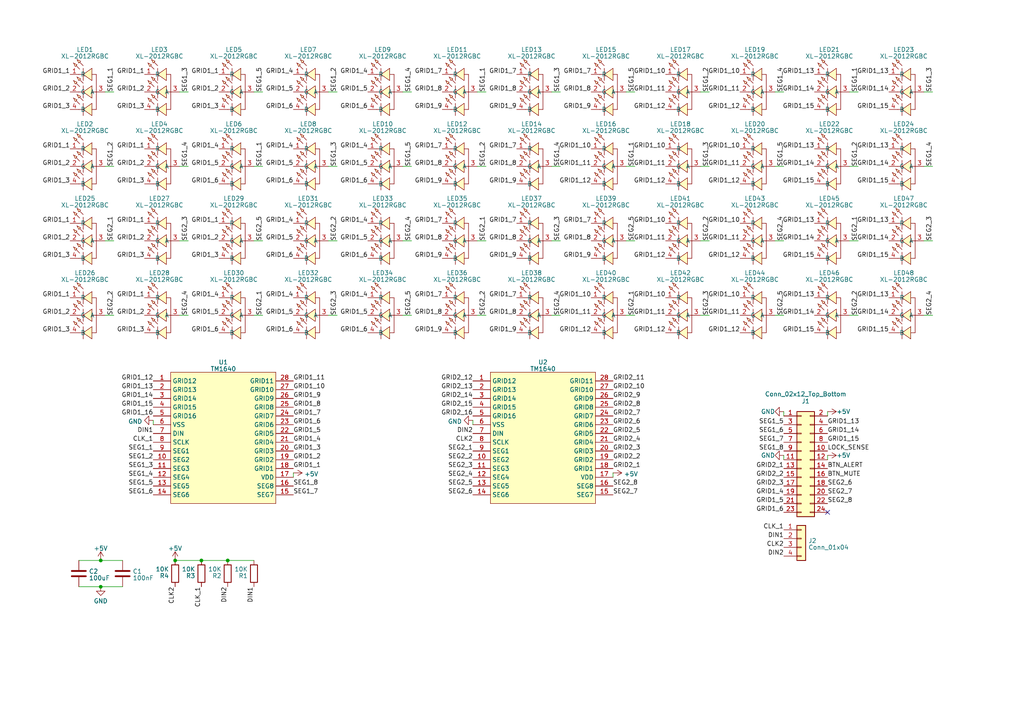
<source format=kicad_sch>
(kicad_sch (version 20230121) (generator eeschema)
  (paper "A4")
  (lib_symbols
    (symbol "C41327:TM1640"
      (property "Reference" "U" (at 0 21.59 0))
      (property "Value" "TM1640" (at 0 -21.59 0))
      (symbol "TM1640_0_1"
        (rectangle (start -15.24 19.05) (end 15.24 -19.05) (fill (type background)))
        (pin unspecified line (at -20.32 16.51 0) (length 5.08) (name "GRID12") (number "1"))
        (pin unspecified line (at -20.32 -6.35 0) (length 5.08) (name "SEG2") (number "10"))
        (pin unspecified line (at -20.32 -8.89 0) (length 5.08) (name "SEG3") (number "11"))
        (pin unspecified line (at -20.32 -11.43 0) (length 5.08) (name "SEG4") (number "12"))
        (pin unspecified line (at -20.32 -13.97 0) (length 5.08) (name "SEG5") (number "13"))
        (pin unspecified line (at -20.32 -16.51 0) (length 5.08) (name "SEG6") (number "14"))
        (pin unspecified line (at 20.32 -16.51 180) (length 5.08) (name "SEG7") (number "15"))
        (pin unspecified line (at 20.32 -13.97 180) (length 5.08) (name "SEG8") (number "16"))
        (pin unspecified line (at 20.32 -11.43 180) (length 5.08) (name "VDD") (number "17"))
        (pin unspecified line (at 20.32 -8.89 180) (length 5.08) (name "GRID1") (number "18"))
        (pin unspecified line (at 20.32 -6.35 180) (length 5.08) (name "GRID2") (number "19"))
        (pin unspecified line (at -20.32 13.97 0) (length 5.08) (name "GRID13") (number "2"))
        (pin unspecified line (at 20.32 -3.81 180) (length 5.08) (name "GRID3") (number "20"))
        (pin unspecified line (at 20.32 -1.27 180) (length 5.08) (name "GRID4") (number "21"))
        (pin unspecified line (at 20.32 1.27 180) (length 5.08) (name "GRID5") (number "22"))
        (pin unspecified line (at 20.32 3.81 180) (length 5.08) (name "GRID6") (number "23"))
        (pin unspecified line (at 20.32 6.35 180) (length 5.08) (name "GRID7") (number "24"))
        (pin unspecified line (at 20.32 8.89 180) (length 5.08) (name "GRID8") (number "25"))
        (pin unspecified line (at 20.32 11.43 180) (length 5.08) (name "GRID9") (number "26"))
        (pin unspecified line (at 20.32 13.97 180) (length 5.08) (name "GRID10") (number "27"))
        (pin unspecified line (at 20.32 16.51 180) (length 5.08) (name "GRID11") (number "28"))
        (pin unspecified line (at -20.32 11.43 0) (length 5.08) (name "GRID14") (number "3"))
        (pin unspecified line (at -20.32 8.89 0) (length 5.08) (name "GRID15") (number "4"))
        (pin unspecified line (at -20.32 6.35 0) (length 5.08) (name "GRID16") (number "5"))
        (pin unspecified line (at -20.32 3.81 0) (length 5.08) (name "VSS") (number "6"))
        (pin unspecified line (at -20.32 1.27 0) (length 5.08) (name "DIN") (number "7"))
        (pin unspecified line (at -20.32 -1.27 0) (length 5.08) (name "SCLK") (number "8"))
        (pin unspecified line (at -20.32 -3.81 0) (length 5.08) (name "SEG1") (number "9"))
      )
    )
    (symbol "C965848:XL-2012RGBC"
      (property "Reference" "LED" (at 0 10.16 0))
      (property "Value" "XL-2012RGBC" (at 0 -10.16 0))
      (symbol "XL-2012RGBC_0_1"
        (polyline (pts (xy -1.27 -5.08) (xy -2.54 -5.08)))
        (polyline (pts (xy -1.27 -3.3) (xy -1.27 -6.86)))
        (polyline (pts (xy -1.27 0) (xy -2.54 0)))
        (polyline (pts (xy -1.27 1.78) (xy -1.27 -1.78)))
        (polyline (pts (xy -1.27 5.08) (xy -2.54 5.08)))
        (polyline (pts (xy -1.27 6.86) (xy -1.27 3.3)))
        (polyline (pts (xy 2.54 -5.08) (xy 1.27 -5.08)))
        (polyline (pts (xy 2.54 0) (xy 1.27 0)))
        (polyline (pts (xy 2.54 5.08) (xy 1.27 5.08)))
        (polyline (pts (xy 2.54 5.08) (xy 2.54 -5.08)))
        (polyline (pts (xy -2.29 -3.56) (xy -3.3 -2.54) (xy -2.29 -3.56)) (fill (type background)))
        (polyline (pts (xy -2.29 1.52) (xy -3.3 2.54) (xy -2.29 1.52)) (fill (type background)))
        (polyline (pts (xy -2.29 6.6) (xy -3.3 7.62) (xy -2.29 6.6)) (fill (type background)))
        (polyline (pts (xy -1.27 -2.54) (xy -2.29 -1.52) (xy -1.27 -2.54)) (fill (type background)))
        (polyline (pts (xy -1.27 2.54) (xy -2.29 3.56) (xy -1.27 2.54)) (fill (type background)))
        (polyline (pts (xy -1.27 7.62) (xy -2.29 8.64) (xy -1.27 7.62)) (fill (type background)))
        (polyline (pts (xy -4.06 -1.78) (xy -3.05 -2.29) (xy -3.56 -2.79) (xy -4.06 -1.78)) (fill (type background)))
        (polyline (pts (xy -4.06 3.3) (xy -3.05 2.79) (xy -3.56 2.29) (xy -4.06 3.3)) (fill (type background)))
        (polyline (pts (xy -4.06 8.38) (xy -3.05 7.87) (xy -3.56 7.37) (xy -4.06 8.38)) (fill (type background)))
        (polyline (pts (xy -3.05 -0.76) (xy -2.03 -1.27) (xy -2.54 -1.78) (xy -3.05 -0.76)) (fill (type background)))
        (polyline (pts (xy -3.05 4.32) (xy -2.03 3.81) (xy -2.54 3.3) (xy -3.05 4.32)) (fill (type background)))
        (polyline (pts (xy -3.05 9.4) (xy -2.03 8.89) (xy -2.54 8.38) (xy -3.05 9.4)) (fill (type background)))
        (polyline (pts (xy 1.27 -3.3) (xy -1.27 -5.08) (xy 1.27 -6.86) (xy 1.27 -3.3)) (fill (type background)))
        (polyline (pts (xy 1.27 1.78) (xy -1.27 0) (xy 1.27 -1.78) (xy 1.27 1.78)) (fill (type background)))
        (polyline (pts (xy 1.27 6.86) (xy -1.27 5.08) (xy 1.27 3.3) (xy 1.27 6.86)) (fill (type background)))
      )
      (symbol "XL-2012RGBC_1_1"
        (pin power_out line (at -5.08 5.08 0) (length 2.54) (name "R") (number "1"))
        (pin power_out line (at -5.08 0 0) (length 2.54) (name "G") (number "2"))
        (pin power_in line (at 5.08 0 180) (length 2.54) (name "A") (number "3"))
        (pin power_out line (at -5.08 -5.08 0) (length 2.54) (name "B") (number "4"))
      )
    )
    (symbol "Connector_Generic:Conn_01x04" (pin_names (offset 1.016) hide)
      (property "Reference" "J" (at 0 5.08 0))
      (property "Value" "Conn_01x04" (at 0 -7.62 0))
      (symbol "Conn_01x04_1_1"
        (rectangle (start -1.27 -4.953) (end 0 -5.207) (stroke (width 0.1524)))
        (rectangle (start -1.27 -2.413) (end 0 -2.667) (stroke (width 0.1524)))
        (rectangle (start -1.27 0.127) (end 0 -0.127) (stroke (width 0.1524)))
        (rectangle (start -1.27 2.667) (end 0 2.413) (stroke (width 0.1524)))
        (rectangle (start -1.27 3.81) (end 1.27 -6.35) (stroke (width 0.254)) (fill (type background)))
        (pin passive line (at -5.08 2.54 0) (length 3.81) (name "Pin_1") (number "1"))
        (pin passive line (at -5.08 0 0) (length 3.81) (name "Pin_2") (number "2"))
        (pin passive line (at -5.08 -2.54 0) (length 3.81) (name "Pin_3") (number "3"))
        (pin passive line (at -5.08 -5.08 0) (length 3.81) (name "Pin_4") (number "4"))
      )
    )
    (symbol "Connector_Generic:Conn_02x12_Odd_Even" (pin_names (offset 1.016) hide)
      (property "Reference" "J" (at 1.27 15.24 0))
      (property "Value" "Conn_02x12_Odd_Even" (at 1.27 -17.78 0))
      (symbol "Conn_02x12_Odd_Even_1_1"
        (rectangle (start -1.27 -15.113) (end 0 -15.367) (stroke (width 0.1524)))
        (rectangle (start -1.27 -12.573) (end 0 -12.827) (stroke (width 0.1524)))
        (rectangle (start -1.27 -10.033) (end 0 -10.287) (stroke (width 0.1524)))
        (rectangle (start -1.27 -7.493) (end 0 -7.747) (stroke (width 0.1524)))
        (rectangle (start -1.27 -4.953) (end 0 -5.207) (stroke (width 0.1524)))
        (rectangle (start -1.27 -2.413) (end 0 -2.667) (stroke (width 0.1524)))
        (rectangle (start -1.27 0.127) (end 0 -0.127) (stroke (width 0.1524)))
        (rectangle (start -1.27 2.667) (end 0 2.413) (stroke (width 0.1524)))
        (rectangle (start -1.27 5.207) (end 0 4.953) (stroke (width 0.1524)))
        (rectangle (start -1.27 7.747) (end 0 7.493) (stroke (width 0.1524)))
        (rectangle (start -1.27 10.287) (end 0 10.033) (stroke (width 0.1524)))
        (rectangle (start -1.27 12.827) (end 0 12.573) (stroke (width 0.1524)))
        (rectangle (start -1.27 13.97) (end 3.81 -16.51) (stroke (width 0.254)) (fill (type background)))
        (rectangle (start 3.81 -15.113) (end 2.54 -15.367) (stroke (width 0.1524)))
        (rectangle (start 3.81 -12.573) (end 2.54 -12.827) (stroke (width 0.1524)))
        (rectangle (start 3.81 -10.033) (end 2.54 -10.287) (stroke (width 0.1524)))
        (rectangle (start 3.81 -7.493) (end 2.54 -7.747) (stroke (width 0.1524)))
        (rectangle (start 3.81 -4.953) (end 2.54 -5.207) (stroke (width 0.1524)))
        (rectangle (start 3.81 -2.413) (end 2.54 -2.667) (stroke (width 0.1524)))
        (rectangle (start 3.81 0.127) (end 2.54 -0.127) (stroke (width 0.1524)))
        (rectangle (start 3.81 2.667) (end 2.54 2.413) (stroke (width 0.1524)))
        (rectangle (start 3.81 5.207) (end 2.54 4.953) (stroke (width 0.1524)))
        (rectangle (start 3.81 7.747) (end 2.54 7.493) (stroke (width 0.1524)))
        (rectangle (start 3.81 10.287) (end 2.54 10.033) (stroke (width 0.1524)))
        (rectangle (start 3.81 12.827) (end 2.54 12.573) (stroke (width 0.1524)))
        (pin passive line (at -5.08 12.7 0) (length 3.81) (name "Pin_1") (number "1"))
        (pin passive line (at 7.62 2.54 180) (length 3.81) (name "Pin_10") (number "10"))
        (pin passive line (at -5.08 0 0) (length 3.81) (name "Pin_11") (number "11"))
        (pin passive line (at 7.62 0 180) (length 3.81) (name "Pin_12") (number "12"))
        (pin passive line (at -5.08 -2.54 0) (length 3.81) (name "Pin_13") (number "13"))
        (pin passive line (at 7.62 -2.54 180) (length 3.81) (name "Pin_14") (number "14"))
        (pin passive line (at -5.08 -5.08 0) (length 3.81) (name "Pin_15") (number "15"))
        (pin passive line (at 7.62 -5.08 180) (length 3.81) (name "Pin_16") (number "16"))
        (pin passive line (at -5.08 -7.62 0) (length 3.81) (name "Pin_17") (number "17"))
        (pin passive line (at 7.62 -7.62 180) (length 3.81) (name "Pin_18") (number "18"))
        (pin passive line (at -5.08 -10.16 0) (length 3.81) (name "Pin_19") (number "19"))
        (pin passive line (at 7.62 12.7 180) (length 3.81) (name "Pin_2") (number "2"))
        (pin passive line (at 7.62 -10.16 180) (length 3.81) (name "Pin_20") (number "20"))
        (pin passive line (at -5.08 -12.7 0) (length 3.81) (name "Pin_21") (number "21"))
        (pin passive line (at 7.62 -12.7 180) (length 3.81) (name "Pin_22") (number "22"))
        (pin passive line (at -5.08 -15.24 0) (length 3.81) (name "Pin_23") (number "23"))
        (pin passive line (at 7.62 -15.24 180) (length 3.81) (name "Pin_24") (number "24"))
        (pin passive line (at -5.08 10.16 0) (length 3.81) (name "Pin_3") (number "3"))
        (pin passive line (at 7.62 10.16 180) (length 3.81) (name "Pin_4") (number "4"))
        (pin passive line (at -5.08 7.62 0) (length 3.81) (name "Pin_5") (number "5"))
        (pin passive line (at 7.62 7.62 180) (length 3.81) (name "Pin_6") (number "6"))
        (pin passive line (at -5.08 5.08 0) (length 3.81) (name "Pin_7") (number "7"))
        (pin passive line (at 7.62 5.08 180) (length 3.81) (name "Pin_8") (number "8"))
        (pin passive line (at -5.08 2.54 0) (length 3.81) (name "Pin_9") (number "9"))
      )
    )
    (symbol "Device:C" (pin_numbers hide) (pin_names (offset 0.254))
      (property "Reference" "C" (at 0.635 2.54 0))
      (property "Value" "C" (at 0.635 -2.54 0))
      (symbol "C_0_1"
        (polyline (pts (xy -2.032 -0.762) (xy 2.032 -0.762)) (stroke (width 0.508)))
        (polyline (pts (xy -2.032 0.762) (xy 2.032 0.762)) (stroke (width 0.508)))
      )
      (symbol "C_1_1"
        (pin passive line (at 0 3.81 270) (length 2.794) (name "~") (number "1"))
        (pin passive line (at 0 -3.81 90) (length 2.794) (name "~") (number "2"))
      )
    )
    (symbol "Device:R" (pin_numbers hide) (pin_names (offset 0))
      (property "Reference" "R" (at 2.032 0 90))
      (property "Value" "R" (at 0 0 90))
      (symbol "R_0_1"
        (rectangle (start -1.016 -2.54) (end 1.016 2.54) (stroke (width 0.254)))
      )
      (symbol "R_1_1"
        (pin passive line (at 0 3.81 270) (length 1.27) (name "~") (number "1"))
        (pin passive line (at 0 -3.81 90) (length 1.27) (name "~") (number "2"))
      )
    )
    (symbol "power:+5V" (power) (pin_names (offset 0))
      (property "Value" "+5V" (at 0 3.556 0))
      (symbol "+5V_0_1"
        (polyline (pts (xy -0.762 1.27) (xy 0 2.54)))
        (polyline (pts (xy 0 0) (xy 0 2.54)))
        (polyline (pts (xy 0 2.54) (xy 0.762 1.27)))
      )
      (symbol "+5V_1_1"
        (pin power_in line (at 0 0 90) (length 0) hide (name "+5V") (number "1"))
      )
    )
    (symbol "power:GND" (power) (pin_names (offset 0))
      (property "Value" "GND" (at 0 -3.81 0))
      (symbol "GND_0_1"
        (polyline (pts (xy 0 0) (xy 0 -1.27) (xy 1.27 -1.27) (xy 0 -2.54) (xy -1.27 -1.27) (xy 0 -1.27)))
      )
      (symbol "GND_1_1"
        (pin power_in line (at 0 0 270) (length 0) hide (name "GND") (number "1"))
      )
    )
  )
  (junction (at 29.21 162.56))
  (junction (at 29.21 170.18))
  (junction (at 66.04 162.56))
  (junction (at 50.8 162.56))
  (junction (at 58.42 162.56))
  (no_connect (at 240.03 148.59))
  (wire (pts (xy 29.21 162.56) (xy 35.56 162.56)))
  (wire (pts (xy 97.79 26.67) (xy 95.25 26.67)))
  (wire (pts (xy 140.97 48.26) (xy 138.43 48.26)))
  (wire (pts (xy 162.56 69.85) (xy 160.02 69.85)))
  (wire (pts (xy 85.09 137.16) (xy 85.09 138.43)))
  (wire (pts (xy 227.33 26.67) (xy 224.79 26.67)))
  (wire (pts (xy 240.03 132.08) (xy 240.03 133.35)))
  (wire (pts (xy 58.42 162.56) (xy 66.04 162.56)))
  (wire (pts (xy 205.74 69.85) (xy 203.2 69.85)))
  (wire (pts (xy 248.92 91.44) (xy 246.38 91.44)))
  (wire (pts (xy 162.56 48.26) (xy 160.02 48.26)))
  (wire (pts (xy 270.51 91.44) (xy 267.97 91.44)))
  (wire (pts (xy 97.79 91.44) (xy 95.25 91.44)))
  (wire (pts (xy 140.97 91.44) (xy 138.43 91.44)))
  (wire (pts (xy 119.38 69.85) (xy 116.84 69.85)))
  (wire (pts (xy 227.33 69.85) (xy 224.79 69.85)))
  (wire (pts (xy 270.51 69.85) (xy 267.97 69.85)))
  (wire (pts (xy 227.33 91.44) (xy 224.79 91.44)))
  (wire (pts (xy 54.61 69.85) (xy 52.07 69.85)))
  (wire (pts (xy 248.92 48.26) (xy 246.38 48.26)))
  (wire (pts (xy 140.97 69.85) (xy 138.43 69.85)))
  (wire (pts (xy 76.2 48.26) (xy 73.66 48.26)))
  (wire (pts (xy 76.2 26.67) (xy 73.66 26.67)))
  (wire (pts (xy 248.92 69.85) (xy 246.38 69.85)))
  (wire (pts (xy 184.15 48.26) (xy 181.61 48.26)))
  (wire (pts (xy 33.02 26.67) (xy 30.48 26.67)))
  (wire (pts (xy 227.33 132.08) (xy 227.33 133.35)))
  (wire (pts (xy 76.2 69.85) (xy 73.66 69.85)))
  (wire (pts (xy 177.8 137.16) (xy 177.8 138.43)))
  (wire (pts (xy 66.04 162.56) (xy 73.66 162.56)))
  (wire (pts (xy 97.79 48.26) (xy 95.25 48.26)))
  (wire (pts (xy 76.2 91.44) (xy 73.66 91.44)))
  (wire (pts (xy 137.16 121.92) (xy 137.16 123.19)))
  (wire (pts (xy 54.61 48.26) (xy 52.07 48.26)))
  (wire (pts (xy 227.33 119.38) (xy 227.33 120.65)))
  (wire (pts (xy 119.38 48.26) (xy 116.84 48.26)))
  (wire (pts (xy 248.92 26.67) (xy 246.38 26.67)))
  (wire (pts (xy 54.61 91.44) (xy 52.07 91.44)))
  (wire (pts (xy 205.74 26.67) (xy 203.2 26.67)))
  (wire (pts (xy 33.02 69.85) (xy 30.48 69.85)))
  (wire (pts (xy 29.21 170.18) (xy 35.56 170.18)))
  (wire (pts (xy 184.15 26.67) (xy 181.61 26.67)))
  (wire (pts (xy 54.61 26.67) (xy 52.07 26.67)))
  (wire (pts (xy 270.51 26.67) (xy 267.97 26.67)))
  (wire (pts (xy 184.15 69.85) (xy 181.61 69.85)))
  (wire (pts (xy 97.79 69.85) (xy 95.25 69.85)))
  (wire (pts (xy 33.02 91.44) (xy 30.48 91.44)))
  (wire (pts (xy 205.74 48.26) (xy 203.2 48.26)))
  (wire (pts (xy 184.15 91.44) (xy 181.61 91.44)))
  (wire (pts (xy 50.8 162.56) (xy 58.42 162.56)))
  (wire (pts (xy 22.86 162.56) (xy 29.21 162.56)))
  (wire (pts (xy 140.97 26.67) (xy 138.43 26.67)))
  (wire (pts (xy 227.33 48.26) (xy 224.79 48.26)))
  (wire (pts (xy 162.56 91.44) (xy 160.02 91.44)))
  (wire (pts (xy 44.45 121.92) (xy 44.45 123.19)))
  (wire (pts (xy 119.38 91.44) (xy 116.84 91.44)))
  (wire (pts (xy 270.51 48.26) (xy 267.97 48.26)))
  (wire (pts (xy 240.03 119.38) (xy 240.03 120.65)))
  (wire (pts (xy 33.02 48.26) (xy 30.48 48.26)))
  (wire (pts (xy 162.56 26.67) (xy 160.02 26.67)))
  (wire (pts (xy 119.38 26.67) (xy 116.84 26.67)))
  (wire (pts (xy 205.74 91.44) (xy 203.2 91.44)))
  (wire (pts (xy 22.86 170.18) (xy 29.21 170.18)))
  (label "GRID1_2" (at 20.32 48.26 180))
  (label "GRID1_9" (at 149.86 96.52 180))
  (label "GRID2_1" (at 227.33 135.89 180))
  (label "GRID1_6" (at 85.09 53.34 180))
  (label "SEG1_5" (at 44.45 140.97 180))
  (label "GRID1_13" (at 236.22 43.18 180))
  (label "GRID2_11" (at 177.8 110.49 0))
  (label "LOCK_SENSE" (at 240.03 130.81 0))
  (label "GRID1_2" (at 20.32 91.44 180))
  (label "GRID1_14" (at 236.22 91.44 180))
  (label "GRID1_12" (at 214.63 74.93 180))
  (label "SEG2_2" (at 33.02 91.44 90))
  (label "GRID2_3" (at 227.33 140.97 180))
  (label "SEG1_4" (at 162.56 48.26 90))
  (label "GRID1_12" (at 193.04 96.52 180))
  (label "GRID1_3" (at 20.32 74.93 180))
  (label "GRID1_8" (at 85.09 118.11 0))
  (label "GRID1_14" (at 257.81 48.26 180))
  (label "GRID1_13" (at 236.22 64.77 180))
  (label "GRID1_4" (at 106.68 21.59 180))
  (label "GRID1_12" (at 214.63 96.52 180))
  (label "DIN2" (at 66.04 170.18 270))
  (label "GRID1_9" (at 171.45 74.93 180))
  (label "SEG1_2" (at 248.92 48.26 90))
  (label "GRID1_3" (at 41.91 96.52 180))
  (label "GRID1_6" (at 63.5 53.34 180))
  (label "DIN2" (at 137.16 125.73 180))
  (label "GRID1_10" (at 193.04 43.18 180))
  (label "BTN_ALERT" (at 240.03 135.89 0))
  (label "GRID1_4" (at 63.5 86.36 180))
  (label "GRID1_13" (at 44.45 113.03 180))
  (label "SEG2_6" (at 137.16 143.51 180))
  (label "GRID1_14" (at 44.45 115.57 180))
  (label "SEG2_3" (at 54.61 69.85 90))
  (label "GRID1_2" (at 63.5 26.67 180))
  (label "GRID1_15" (at 257.81 96.52 180))
  (label "SEG1_2" (at 97.79 26.67 90))
  (label "GRID1_15" (at 257.81 31.75 180))
  (label "SEG1_4" (at 54.61 48.26 90))
  (label "GRID1_5" (at 85.09 26.67 180))
  (label "SEG1_1" (at 184.15 48.26 90))
  (label "DIN1" (at 227.33 156.21 180))
  (label "GRID1_1" (at 63.5 64.77 180))
  (label "SEG1_2" (at 33.02 48.26 90))
  (label "GRID1_7" (at 128.27 86.36 180))
  (label "GRID1_6" (at 106.68 53.34 180))
  (label "GRID1_4" (at 85.09 21.59 180))
  (label "SEG2_3" (at 97.79 91.44 90))
  (label "GRID1_12" (at 193.04 53.34 180))
  (label "GRID1_2" (at 63.5 69.85 180))
  (label "GRID1_10" (at 214.63 86.36 180))
  (label "SEG1_8" (at 227.33 130.81 180))
  (label "GRID1_13" (at 257.81 21.59 180))
  (label "SEG2_1" (at 76.2 91.44 90))
  (label "SEG1_1" (at 140.97 26.67 90))
  (label "GRID1_5" (at 85.09 125.73 0))
  (label "SEG2_4" (at 227.33 69.85 90))
  (label "GRID2_5" (at 177.8 125.73 0))
  (label "SEG2_8" (at 177.8 140.97 0))
  (label "GRID1_14" (at 257.81 26.67 180))
  (label "GRID1_3" (at 85.09 130.81 0))
  (label "SEG1_5" (at 76.2 26.67 90))
  (label "GRID1_10" (at 171.45 86.36 180))
  (label "GRID1_6" (at 85.09 31.75 180))
  (label "GRID1_13" (at 257.81 86.36 180))
  (label "GRID1_15" (at 236.22 31.75 180))
  (label "GRID1_11" (at 214.63 91.44 180))
  (label "DIN2" (at 227.33 161.29 180))
  (label "GRID1_4" (at 85.09 64.77 180))
  (label "GRID1_14" (at 257.81 69.85 180))
  (label "GRID1_1" (at 85.09 135.89 0))
  (label "SEG1_1" (at 44.45 130.81 180))
  (label "GRID1_11" (at 193.04 69.85 180))
  (label "SEG1_4" (at 270.51 48.26 90))
  (label "GRID1_3" (at 20.32 53.34 180))
  (label "GRID2_8" (at 177.8 118.11 0))
  (label "GRID1_2" (at 85.09 133.35 0))
  (label "SEG2_4" (at 119.38 69.85 90))
  (label "GRID1_1" (at 20.32 43.18 180))
  (label "GRID1_11" (at 171.45 91.44 180))
  (label "GRID1_1" (at 41.91 21.59 180))
  (label "SEG2_5" (at 76.2 69.85 90))
  (label "GRID1_8" (at 149.86 26.67 180))
  (label "GRID1_13" (at 257.81 64.77 180))
  (label "SEG2_1" (at 140.97 69.85 90))
  (label "CLK2" (at 50.8 170.18 270))
  (label "GRID1_4" (at 63.5 43.18 180))
  (label "GRID1_5" (at 106.68 26.67 180))
  (label "SEG2_2" (at 205.74 69.85 90))
  (label "GRID1_5" (at 106.68 91.44 180))
  (label "GRID1_11" (at 193.04 91.44 180))
  (label "GRID1_5" (at 227.33 146.05 180))
  (label "GRID1_8" (at 128.27 91.44 180))
  (label "GRID1_2" (at 20.32 26.67 180))
  (label "GRID1_7" (at 171.45 64.77 180))
  (label "GRID1_4" (at 106.68 86.36 180))
  (label "GRID1_15" (at 236.22 96.52 180))
  (label "CLK2" (at 227.33 158.75 180))
  (label "GRID1_1" (at 20.32 64.77 180))
  (label "SEG1_3" (at 54.61 26.67 90))
  (label "SEG1_2" (at 44.45 133.35 180))
  (label "GRID1_9" (at 149.86 53.34 180))
  (label "GRID1_5" (at 63.5 48.26 180))
  (label "SEG1_2" (at 140.97 48.26 90))
  (label "GRID1_10" (at 193.04 64.77 180))
  (label "GRID1_8" (at 171.45 26.67 180))
  (label "GRID1_9" (at 128.27 74.93 180))
  (label "GRID1_11" (at 214.63 26.67 180))
  (label "GRID1_5" (at 85.09 48.26 180))
  (label "SEG2_1" (at 184.15 91.44 90))
  (label "GRID2_13" (at 137.16 113.03 180))
  (label "SEG2_5" (at 137.16 140.97 180))
  (label "SEG2_4" (at 162.56 91.44 90))
  (label "SEG2_6" (at 240.03 140.97 0))
  (label "SEG2_7" (at 177.8 143.51 0))
  (label "SEG2_4" (at 137.16 138.43 180))
  (label "GRID1_12" (at 171.45 53.34 180))
  (label "GRID1_5" (at 106.68 69.85 180))
  (label "GRID1_6" (at 63.5 96.52 180))
  (label "GRID2_2" (at 177.8 133.35 0))
  (label "GRID1_2" (at 41.91 48.26 180))
  (label "GRID1_2" (at 41.91 26.67 180))
  (label "GRID2_1" (at 177.8 135.89 0))
  (label "SEG1_3" (at 97.79 48.26 90))
  (label "SEG2_3" (at 137.16 135.89 180))
  (label "SEG1_7" (at 85.09 143.51 0))
  (label "GRID1_6" (at 227.33 148.59 180))
  (label "GRID1_3" (at 41.91 74.93 180))
  (label "GRID2_16" (at 137.16 120.65 180))
  (label "GRID1_15" (at 44.45 118.11 180))
  (label "SEG1_5" (at 227.33 123.19 180))
  (label "SEG2_5" (at 119.38 91.44 90))
  (label "GRID1_9" (at 85.09 115.57 0))
  (label "GRID1_1" (at 41.91 64.77 180))
  (label "SEG2_3" (at 162.56 69.85 90))
  (label "GRID1_14" (at 240.03 125.73 0))
  (label "GRID1_7" (at 149.86 21.59 180))
  (label "GRID1_3" (at 63.5 74.93 180))
  (label "GRID1_13" (at 236.22 21.59 180))
  (label "SEG2_2" (at 248.92 91.44 90))
  (label "GRID1_13" (at 257.81 43.18 180))
  (label "GRID1_5" (at 85.09 69.85 180))
  (label "SEG2_4" (at 54.61 91.44 90))
  (label "CLK_1" (at 227.33 153.67 180))
  (label "SEG1_1" (at 33.02 26.67 90))
  (label "GRID1_11" (at 171.45 48.26 180))
  (label "GRID1_6" (at 85.09 96.52 180))
  (label "GRID1_2" (at 41.91 91.44 180))
  (label "SEG1_6" (at 227.33 125.73 180))
  (label "GRID1_4" (at 85.09 43.18 180))
  (label "GRID1_3" (at 20.32 31.75 180))
  (label "GRID2_10" (at 177.8 113.03 0))
  (label "GRID1_11" (at 193.04 48.26 180))
  (label "SEG1_5" (at 119.38 48.26 90))
  (label "GRID1_4" (at 85.09 128.27 0))
  (label "DIN1" (at 44.45 125.73 180))
  (label "GRID1_7" (at 128.27 21.59 180))
  (label "GRID1_2" (at 41.91 69.85 180))
  (label "GRID1_1" (at 41.91 43.18 180))
  (label "SEG2_7" (at 240.03 143.51 0))
  (label "GRID1_12" (at 214.63 53.34 180))
  (label "SEG2_3" (at 205.74 91.44 90))
  (label "GRID1_5" (at 63.5 91.44 180))
  (label "SEG2_4" (at 270.51 91.44 90))
  (label "GRID1_12" (at 193.04 74.93 180))
  (label "GRID1_15" (at 257.81 53.34 180))
  (label "SEG2_2" (at 137.16 133.35 180))
  (label "SEG1_1" (at 76.2 48.26 90))
  (label "GRID2_14" (at 137.16 115.57 180))
  (label "SEG1_5" (at 184.15 26.67 90))
  (label "GRID1_3" (at 20.32 96.52 180))
  (label "SEG2_2" (at 140.97 91.44 90))
  (label "GRID1_7" (at 149.86 86.36 180))
  (label "SEG2_5" (at 227.33 91.44 90))
  (label "GRID1_14" (at 236.22 69.85 180))
  (label "GRID1_15" (at 240.03 128.27 0))
  (label "BTN_MUTE" (at 240.03 138.43 0))
  (label "GRID1_1" (at 20.32 86.36 180))
  (label "GRID1_9" (at 149.86 74.93 180))
  (label "SEG2_3" (at 270.51 69.85 90))
  (label "GRID1_11" (at 85.09 110.49 0))
  (label "GRID1_7" (at 171.45 21.59 180))
  (label "SEG1_4" (at 44.45 138.43 180))
  (label "GRID1_7" (at 149.86 64.77 180))
  (label "SEG2_2" (at 97.79 69.85 90))
  (label "GRID1_16" (at 44.45 120.65 180))
  (label "GRID1_15" (at 236.22 74.93 180))
  (label "GRID1_11" (at 214.63 69.85 180))
  (label "GRID1_5" (at 85.09 91.44 180))
  (label "SEG1_8" (at 85.09 140.97 0))
  (label "GRID1_4" (at 106.68 43.18 180))
  (label "GRID1_11" (at 214.63 48.26 180))
  (label "GRID1_9" (at 128.27 31.75 180))
  (label "GRID1_2" (at 20.32 69.85 180))
  (label "GRID1_14" (at 236.22 26.67 180))
  (label "SEG1_3" (at 270.51 26.67 90))
  (label "GRID1_9" (at 128.27 96.52 180))
  (label "DIN1" (at 73.66 170.18 270))
  (label "GRID1_15" (at 257.81 74.93 180))
  (label "GRID1_9" (at 171.45 31.75 180))
  (label "SEG1_5" (at 227.33 48.26 90))
  (label "GRID1_4" (at 106.68 64.77 180))
  (label "GRID1_12" (at 171.45 96.52 180))
  (label "GRID1_8" (at 149.86 91.44 180))
  (label "SEG1_7" (at 227.33 128.27 180))
  (label "SEG2_1" (at 248.92 69.85 90))
  (label "SEG1_3" (at 205.74 48.26 90))
  (label "GRID1_12" (at 193.04 31.75 180))
  (label "GRID1_4" (at 85.09 86.36 180))
  (label "GRID2_7" (at 177.8 120.65 0))
  (label "GRID1_8" (at 171.45 69.85 180))
  (label "GRID1_8" (at 128.27 26.67 180))
  (label "GRID1_5" (at 106.68 48.26 180))
  (label "GRID1_6" (at 106.68 31.75 180))
  (label "GRID2_15" (at 137.16 118.11 180))
  (label "SEG2_1" (at 33.02 69.85 90))
  (label "GRID1_10" (at 214.63 43.18 180))
  (label "SEG1_1" (at 248.92 26.67 90))
  (label "GRID2_3" (at 177.8 130.81 0))
  (label "SEG1_3" (at 162.56 26.67 90))
  (label "GRID2_12" (at 137.16 110.49 180))
  (label "GRID1_12" (at 44.45 110.49 180))
  (label "GRID1_10" (at 193.04 21.59 180))
  (label "GRID1_7" (at 85.09 120.65 0))
  (label "GRID1_10" (at 214.63 64.77 180))
  (label "GRID1_3" (at 63.5 31.75 180))
  (label "GRID1_4" (at 227.33 143.51 180))
  (label "GRID1_14" (at 257.81 91.44 180))
  (label "GRID1_7" (at 149.86 43.18 180))
  (label "GRID1_1" (at 63.5 21.59 180))
  (label "GRID1_7" (at 128.27 43.18 180))
  (label "SEG1_2" (at 205.74 26.67 90))
  (label "SEG2_8" (at 240.03 146.05 0))
  (label "CLK_1" (at 58.42 170.18 270))
  (label "GRID1_15" (at 236.22 53.34 180))
  (label "GRID1_6" (at 106.68 96.52 180))
  (label "GRID1_12" (at 214.63 31.75 180))
  (label "GRID1_10" (at 171.45 43.18 180))
  (label "SEG2_5" (at 184.15 69.85 90))
  (label "SEG1_4" (at 227.33 26.67 90))
  (label "GRID1_10" (at 193.04 86.36 180))
  (label "GRID1_6" (at 106.68 74.93 180))
  (label "GRID2_6" (at 177.8 123.19 0))
  (label "GRID1_10" (at 85.09 113.03 0))
  (label "GRID1_1" (at 20.32 21.59 180))
  (label "GRID1_11" (at 193.04 26.67 180))
  (label "SEG1_6" (at 44.45 143.51 180))
  (label "GRID1_10" (at 214.63 21.59 180))
  (label "CLK2" (at 137.16 128.27 180))
  (label "GRID2_9" (at 177.8 115.57 0))
  (label "SEG1_3" (at 44.45 135.89 180))
  (label "GRID1_8" (at 149.86 69.85 180))
  (label "GRID2_4" (at 177.8 128.27 0))
  (label "GRID1_3" (at 41.91 53.34 180))
  (label "GRID1_8" (at 149.86 48.26 180))
  (label "GRID1_6" (at 85.09 74.93 180))
  (label "GRID1_7" (at 128.27 64.77 180))
  (label "SEG2_1" (at 137.16 130.81 180))
  (label "GRID1_8" (at 128.27 48.26 180))
  (label "GRID1_13" (at 240.03 123.19 0))
  (label "GRID1_3" (at 41.91 31.75 180))
  (label "GRID1_1" (at 41.91 86.36 180))
  (label "GRID1_9" (at 128.27 53.34 180))
  (label "GRID1_13" (at 236.22 86.36 180))
  (label "GRID1_6" (at 85.09 123.19 0))
  (label "GRID1_8" (at 128.27 69.85 180))
  (label "SEG1_4" (at 119.38 26.67 90))
  (label "GRID1_9" (at 149.86 31.75 180))
  (label "GRID1_14" (at 236.22 48.26 180))
  (label "CLK_1" (at 44.45 128.27 180))
  (label "GRID2_2" (at 227.33 138.43 180))
  (symbol (lib_id "C965848:XL-2012RGBC") (at 68.58 48.26 0) (unit 1)
    (property "Reference" "LED6" (at 67.82 35.9771 0))
    (property "Value" "XL-2012RGBC" (at 67.82 37.8981 0))
    (property "Footprint" "footprints:LED RGB XINGLIGHT XL-2012RGBC 0805" (effects hide))
    (property "Manufacturer" "XINGLIGHT(成兴光)" (effects hide))
    (property "LCSC Part" "C965848" (effects hide))
    (property "JLC Part" "Extended Part" (effects hide))
  )
  (symbol (lib_id "power:GND") (at 137.16 121.92 270) (unit 1)
    (property "Reference" "#PWR03" (effects hide))
    (property "Value" "GND" (at 133.9851 122.2368 90) (effects (justify right)))
  )
  (symbol (lib_id "C965848:XL-2012RGBC") (at 25.4 69.85 0) (unit 1)
    (property "Reference" "LED25" (at 24.64 57.5671 0))
    (property "Value" "XL-2012RGBC" (at 24.64 59.4881 0))
    (property "Footprint" "footprints:LED RGB XINGLIGHT XL-2012RGBC 0805" (effects hide))
    (property "Manufacturer" "XINGLIGHT(成兴光)" (effects hide))
    (property "LCSC Part" "C965848" (effects hide))
    (property "JLC Part" "Extended Part" (effects hide))
  )
  (symbol (lib_id "Connector_Generic:Conn_02x12_Odd_Even") (at 232.41 133.35 0) (unit 1)
    (property "Reference" "J1" (at 233.68 116.3701 0))
    (property "Value" "Conn_02x12_Top_Bottom" (at 233.68 114.3 0))
    (property "Footprint" "Connector_PinHeader_2.00mm:PinHeader_2x12_P2.00mm_Vertical" (effects hide))
  )
  (symbol (lib_id "Device:C") (at 35.56 166.37 0) (unit 1)
    (property "Reference" "C1" (at 38.481 165.7263 0) (effects (justify left)))
    (property "Value" "100nF" (at 38.481 167.6473 0) (effects (justify left)))
    (property "Footprint" "Capacitor_SMD:C_0402_1005Metric" (effects hide))
  )
  (symbol (lib_id "Device:C") (at 22.86 166.37 0) (unit 1)
    (property "Reference" "C2" (at 25.781 165.7263 0) (effects (justify left)))
    (property "Value" "100uF" (at 25.781 167.6473 0) (effects (justify left)))
    (property "Footprint" "Capacitor_SMD:C_1206_3216Metric" (effects hide))
  )
  (symbol (lib_id "C965848:XL-2012RGBC") (at 90.17 69.85 0) (unit 1)
    (property "Reference" "LED31" (at 89.41 57.5671 0))
    (property "Value" "XL-2012RGBC" (at 89.41 59.4881 0))
    (property "Footprint" "footprints:LED RGB XINGLIGHT XL-2012RGBC 0805" (effects hide))
    (property "Manufacturer" "XINGLIGHT(成兴光)" (effects hide))
    (property "LCSC Part" "C965848" (effects hide))
    (property "JLC Part" "Extended Part" (effects hide))
  )
  (symbol (lib_id "C965848:XL-2012RGBC") (at 68.58 69.85 0) (unit 1)
    (property "Reference" "LED29" (at 67.82 57.5671 0))
    (property "Value" "XL-2012RGBC" (at 67.82 59.4881 0))
    (property "Footprint" "footprints:LED RGB XINGLIGHT XL-2012RGBC 0805" (effects hide))
    (property "Manufacturer" "XINGLIGHT(成兴光)" (effects hide))
    (property "LCSC Part" "C965848" (effects hide))
    (property "JLC Part" "Extended Part" (effects hide))
  )
  (symbol (lib_id "C965848:XL-2012RGBC") (at 133.35 69.85 0) (unit 1)
    (property "Reference" "LED35" (at 132.59 57.5671 0))
    (property "Value" "XL-2012RGBC" (at 132.59 59.4881 0))
    (property "Footprint" "footprints:LED RGB XINGLIGHT XL-2012RGBC 0805" (effects hide))
    (property "Manufacturer" "XINGLIGHT(成兴光)" (effects hide))
    (property "LCSC Part" "C965848" (effects hide))
    (property "JLC Part" "Extended Part" (effects hide))
  )
  (symbol (lib_id "Device:R") (at 50.8 166.37 180) (unit 1)
    (property "Reference" "R4" (at 49.022 167.0137 0) (effects (justify left)))
    (property "Value" "10K" (at 49.022 165.0927 0) (effects (justify left)))
    (property "Footprint" "Resistor_SMD:R_0402_1005Metric" (effects hide))
  )
  (symbol (lib_id "C965848:XL-2012RGBC") (at 176.53 69.85 0) (unit 1)
    (property "Reference" "LED39" (at 175.77 57.5671 0))
    (property "Value" "XL-2012RGBC" (at 175.77 59.4881 0))
    (property "Footprint" "footprints:LED RGB XINGLIGHT XL-2012RGBC 0805" (effects hide))
    (property "Manufacturer" "XINGLIGHT(成兴光)" (effects hide))
    (property "LCSC Part" "C965848" (effects hide))
    (property "JLC Part" "Extended Part" (effects hide))
  )
  (symbol (lib_id "C965848:XL-2012RGBC") (at 241.3 48.26 0) (unit 1)
    (property "Reference" "LED22" (at 240.54 35.9771 0))
    (property "Value" "XL-2012RGBC" (at 240.54 37.8981 0))
    (property "Footprint" "footprints:LED RGB XINGLIGHT XL-2012RGBC 0805" (effects hide))
    (property "Manufacturer" "XINGLIGHT(成兴光)" (effects hide))
    (property "LCSC Part" "C965848" (effects hide))
    (property "JLC Part" "Extended Part" (effects hide))
  )
  (symbol (lib_id "C965848:XL-2012RGBC") (at 262.89 26.67 0) (unit 1)
    (property "Reference" "LED23" (at 262.13 14.3871 0))
    (property "Value" "XL-2012RGBC" (at 262.13 16.3081 0))
    (property "Footprint" "footprints:LED RGB XINGLIGHT XL-2012RGBC 0805" (effects hide))
    (property "Manufacturer" "XINGLIGHT(成兴光)" (effects hide))
    (property "LCSC Part" "C965848" (effects hide))
    (property "JLC Part" "Extended Part" (effects hide))
  )
  (symbol (lib_id "power:GND") (at 29.21 170.18 0) (unit 1)
    (property "Reference" "#PWR06" (effects hide))
    (property "Value" "GND" (at 29.21 174.3155 0))
  )
  (symbol (lib_id "Connector_Generic:Conn_01x04") (at 232.41 156.21 0) (unit 1)
    (property "Reference" "J2" (at 234.442 156.8363 0) (effects (justify left)))
    (property "Value" "Conn_01x04" (at 234.442 158.7573 0) (effects (justify left)))
    (property "Footprint" "Connector_PinHeader_2.54mm:PinHeader_1x04_P2.54mm_Vertical" (effects hide))
  )
  (symbol (lib_id "C965848:XL-2012RGBC") (at 262.89 48.26 0) (unit 1)
    (property "Reference" "LED24" (at 262.13 35.9771 0))
    (property "Value" "XL-2012RGBC" (at 262.13 37.8981 0))
    (property "Footprint" "footprints:LED RGB XINGLIGHT XL-2012RGBC 0805" (effects hide))
    (property "Manufacturer" "XINGLIGHT(成兴光)" (effects hide))
    (property "LCSC Part" "C965848" (effects hide))
    (property "JLC Part" "Extended Part" (effects hide))
  )
  (symbol (lib_id "C965848:XL-2012RGBC") (at 46.99 48.26 0) (unit 1)
    (property "Reference" "LED4" (at 46.23 35.9771 0))
    (property "Value" "XL-2012RGBC" (at 46.23 37.8981 0))
    (property "Footprint" "footprints:LED RGB XINGLIGHT XL-2012RGBC 0805" (effects hide))
    (property "Manufacturer" "XINGLIGHT(成兴光)" (effects hide))
    (property "LCSC Part" "C965848" (effects hide))
    (property "JLC Part" "Extended Part" (effects hide))
  )
  (symbol (lib_id "C965848:XL-2012RGBC") (at 198.12 91.44 0) (unit 1)
    (property "Reference" "LED42" (at 197.36 79.1571 0))
    (property "Value" "XL-2012RGBC" (at 197.36 81.0781 0))
    (property "Footprint" "footprints:LED RGB XINGLIGHT XL-2012RGBC 0805" (effects hide))
    (property "Manufacturer" "XINGLIGHT(成兴光)" (effects hide))
    (property "LCSC Part" "C965848" (effects hide))
    (property "JLC Part" "Extended Part" (effects hide))
  )
  (symbol (lib_id "C965848:XL-2012RGBC") (at 111.76 26.67 0) (unit 1)
    (property "Reference" "LED9" (at 111 14.3871 0))
    (property "Value" "XL-2012RGBC" (at 111 16.3081 0))
    (property "Footprint" "footprints:LED RGB XINGLIGHT XL-2012RGBC 0805" (effects hide))
    (property "Manufacturer" "XINGLIGHT(成兴光)" (effects hide))
    (property "LCSC Part" "C965848" (effects hide))
    (property "JLC Part" "Extended Part" (effects hide))
  )
  (symbol (lib_id "Device:R") (at 73.66 166.37 180) (unit 1)
    (property "Reference" "R1" (at 71.882 167.0137 0) (effects (justify left)))
    (property "Value" "10K" (at 71.882 165.0927 0) (effects (justify left)))
    (property "Footprint" "Resistor_SMD:R_0402_1005Metric" (effects hide))
  )
  (symbol (lib_id "C965848:XL-2012RGBC") (at 133.35 26.67 0) (unit 1)
    (property "Reference" "LED11" (at 132.59 14.3871 0))
    (property "Value" "XL-2012RGBC" (at 132.59 16.3081 0))
    (property "Footprint" "footprints:LED RGB XINGLIGHT XL-2012RGBC 0805" (effects hide))
    (property "Manufacturer" "XINGLIGHT(成兴光)" (effects hide))
    (property "LCSC Part" "C965848" (effects hide))
    (property "JLC Part" "Extended Part" (effects hide))
  )
  (symbol (lib_id "C965848:XL-2012RGBC") (at 68.58 91.44 0) (unit 1)
    (property "Reference" "LED30" (at 67.82 79.1571 0))
    (property "Value" "XL-2012RGBC" (at 67.82 81.0781 0))
    (property "Footprint" "footprints:LED RGB XINGLIGHT XL-2012RGBC 0805" (effects hide))
    (property "Manufacturer" "XINGLIGHT(成兴光)" (effects hide))
    (property "LCSC Part" "C965848" (effects hide))
    (property "JLC Part" "Extended Part" (effects hide))
  )
  (symbol (lib_id "C965848:XL-2012RGBC") (at 198.12 26.67 0) (unit 1)
    (property "Reference" "LED17" (at 197.36 14.3871 0))
    (property "Value" "XL-2012RGBC" (at 197.36 16.3081 0))
    (property "Footprint" "footprints:LED RGB XINGLIGHT XL-2012RGBC 0805" (effects hide))
    (property "Manufacturer" "XINGLIGHT(成兴光)" (effects hide))
    (property "LCSC Part" "C965848" (effects hide))
    (property "JLC Part" "Extended Part" (effects hide))
  )
  (symbol (lib_id "C965848:XL-2012RGBC") (at 241.3 26.67 0) (unit 1)
    (property "Reference" "LED21" (at 240.54 14.3871 0))
    (property "Value" "XL-2012RGBC" (at 240.54 16.3081 0))
    (property "Footprint" "footprints:LED RGB XINGLIGHT XL-2012RGBC 0805" (effects hide))
    (property "Manufacturer" "XINGLIGHT(成兴光)" (effects hide))
    (property "LCSC Part" "C965848" (effects hide))
    (property "JLC Part" "Extended Part" (effects hide))
  )
  (symbol (lib_id "power:+5V") (at 177.8 137.16 270) (unit 1)
    (property "Reference" "#PWR01" (effects hide))
    (property "Value" "+5V" (at 180.975 137.4768 90) (effects (justify left)))
  )
  (symbol (lib_id "C965848:XL-2012RGBC") (at 198.12 48.26 0) (unit 1)
    (property "Reference" "LED18" (at 197.36 35.9771 0))
    (property "Value" "XL-2012RGBC" (at 197.36 37.8981 0))
    (property "Footprint" "footprints:LED RGB XINGLIGHT XL-2012RGBC 0805" (effects hide))
    (property "Manufacturer" "XINGLIGHT(成兴光)" (effects hide))
    (property "LCSC Part" "C965848" (effects hide))
    (property "JLC Part" "Extended Part" (effects hide))
  )
  (symbol (lib_id "C965848:XL-2012RGBC") (at 198.12 69.85 0) (unit 1)
    (property "Reference" "LED41" (at 197.36 57.5671 0))
    (property "Value" "XL-2012RGBC" (at 197.36 59.4881 0))
    (property "Footprint" "footprints:LED RGB XINGLIGHT XL-2012RGBC 0805" (effects hide))
    (property "Manufacturer" "XINGLIGHT(成兴光)" (effects hide))
    (property "LCSC Part" "C965848" (effects hide))
    (property "JLC Part" "Extended Part" (effects hide))
  )
  (symbol (lib_id "C965848:XL-2012RGBC") (at 111.76 91.44 0) (unit 1)
    (property "Reference" "LED34" (at 111 79.1571 0))
    (property "Value" "XL-2012RGBC" (at 111 81.0781 0))
    (property "Footprint" "footprints:LED RGB XINGLIGHT XL-2012RGBC 0805" (effects hide))
    (property "Manufacturer" "XINGLIGHT(成兴光)" (effects hide))
    (property "LCSC Part" "C965848" (effects hide))
    (property "JLC Part" "Extended Part" (effects hide))
  )
  (symbol (lib_id "C965848:XL-2012RGBC") (at 46.99 69.85 0) (unit 1)
    (property "Reference" "LED27" (at 46.23 57.5671 0))
    (property "Value" "XL-2012RGBC" (at 46.23 59.4881 0))
    (property "Footprint" "footprints:LED RGB XINGLIGHT XL-2012RGBC 0805" (effects hide))
    (property "Manufacturer" "XINGLIGHT(成兴光)" (effects hide))
    (property "LCSC Part" "C965848" (effects hide))
    (property "JLC Part" "Extended Part" (effects hide))
  )
  (symbol (lib_id "C965848:XL-2012RGBC") (at 25.4 26.67 0) (unit 1)
    (property "Reference" "LED1" (at 24.64 14.3871 0))
    (property "Value" "XL-2012RGBC" (at 24.64 16.3081 0))
    (property "Footprint" "footprints:LED RGB XINGLIGHT XL-2012RGBC 0805" (effects hide))
    (property "Manufacturer" "XINGLIGHT(成兴光)" (effects hide))
    (property "LCSC Part" "C965848" (effects hide))
    (property "JLC Part" "Extended Part" (effects hide))
  )
  (symbol (lib_id "C965848:XL-2012RGBC") (at 241.3 91.44 0) (unit 1)
    (property "Reference" "LED46" (at 240.54 79.1571 0))
    (property "Value" "XL-2012RGBC" (at 240.54 81.0781 0))
    (property "Footprint" "footprints:LED RGB XINGLIGHT XL-2012RGBC 0805" (effects hide))
    (property "Manufacturer" "XINGLIGHT(成兴光)" (effects hide))
    (property "LCSC Part" "C965848" (effects hide))
    (property "JLC Part" "Extended Part" (effects hide))
  )
  (symbol (lib_id "C965848:XL-2012RGBC") (at 219.71 69.85 0) (unit 1)
    (property "Reference" "LED43" (at 218.95 57.5671 0))
    (property "Value" "XL-2012RGBC" (at 218.95 59.4881 0))
    (property "Footprint" "footprints:LED RGB XINGLIGHT XL-2012RGBC 0805" (effects hide))
    (property "Manufacturer" "XINGLIGHT(成兴光)" (effects hide))
    (property "LCSC Part" "C965848" (effects hide))
    (property "JLC Part" "Extended Part" (effects hide))
  )
  (symbol (lib_id "power:GND") (at 44.45 121.92 270) (unit 1)
    (property "Reference" "#PWR04" (effects hide))
    (property "Value" "GND" (at 41.2751 122.2368 90) (effects (justify right)))
  )
  (symbol (lib_id "Device:R") (at 58.42 166.37 180) (unit 1)
    (property "Reference" "R3" (at 56.642 167.0137 0) (effects (justify left)))
    (property "Value" "10K" (at 56.642 165.0927 0) (effects (justify left)))
    (property "Footprint" "Resistor_SMD:R_0402_1005Metric" (effects hide))
  )
  (symbol (lib_id "C965848:XL-2012RGBC") (at 90.17 48.26 0) (unit 1)
    (property "Reference" "LED8" (at 89.41 35.9771 0))
    (property "Value" "XL-2012RGBC" (at 89.41 37.8981 0))
    (property "Footprint" "footprints:LED RGB XINGLIGHT XL-2012RGBC 0805" (effects hide))
    (property "Manufacturer" "XINGLIGHT(成兴光)" (effects hide))
    (property "LCSC Part" "C965848" (effects hide))
    (property "JLC Part" "Extended Part" (effects hide))
  )
  (symbol (lib_id "C41327:TM1640") (at 64.77 127 0) (unit 1)
    (property "Reference" "U1" (at 64.77 105.0671 0))
    (property "Value" "TM1640" (at 64.77 106.9881 0))
    (property "Footprint" "C41327:SOIC-28_L17.9-W7.5-P1.27-LS10.3-BL" (effects hide))
    (property "Datasheet" "https://lcsc.com/product-detail/LED-Drivers_TM1640_C41327.html" (effects hide))
    (property "Manufacturer" "TM(天微)" (effects hide))
    (property "LCSC Part" "C41327" (effects hide))
    (property "JLC Part" "Basic Part" (effects hide))
  )
  (symbol (lib_id "C965848:XL-2012RGBC") (at 262.89 91.44 0) (unit 1)
    (property "Reference" "LED48" (at 262.13 79.1571 0))
    (property "Value" "XL-2012RGBC" (at 262.13 81.0781 0))
    (property "Footprint" "footprints:LED RGB XINGLIGHT XL-2012RGBC 0805" (effects hide))
    (property "Manufacturer" "XINGLIGHT(成兴光)" (effects hide))
    (property "LCSC Part" "C965848" (effects hide))
    (property "JLC Part" "Extended Part" (effects hide))
  )
  (symbol (lib_id "C965848:XL-2012RGBC") (at 25.4 91.44 0) (unit 1)
    (property "Reference" "LED26" (at 24.64 79.1571 0))
    (property "Value" "XL-2012RGBC" (at 24.64 81.0781 0))
    (property "Footprint" "footprints:LED RGB XINGLIGHT XL-2012RGBC 0805" (effects hide))
    (property "Manufacturer" "XINGLIGHT(成兴光)" (effects hide))
    (property "LCSC Part" "C965848" (effects hide))
    (property "JLC Part" "Extended Part" (effects hide))
  )
  (symbol (lib_id "power:+5V") (at 85.09 137.16 270) (unit 1)
    (property "Reference" "#PWR02" (effects hide))
    (property "Value" "+5V" (at 88.265 137.4768 90) (effects (justify left)))
  )
  (symbol (lib_id "C965848:XL-2012RGBC") (at 176.53 91.44 0) (unit 1)
    (property "Reference" "LED40" (at 175.77 79.1571 0))
    (property "Value" "XL-2012RGBC" (at 175.77 81.0781 0))
    (property "Footprint" "footprints:LED RGB XINGLIGHT XL-2012RGBC 0805" (effects hide))
    (property "Manufacturer" "XINGLIGHT(成兴光)" (effects hide))
    (property "LCSC Part" "C965848" (effects hide))
    (property "JLC Part" "Extended Part" (effects hide))
  )
  (symbol (lib_id "C965848:XL-2012RGBC") (at 219.71 91.44 0) (unit 1)
    (property "Reference" "LED44" (at 218.95 79.1571 0))
    (property "Value" "XL-2012RGBC" (at 218.95 81.0781 0))
    (property "Footprint" "footprints:LED RGB XINGLIGHT XL-2012RGBC 0805" (effects hide))
    (property "Manufacturer" "XINGLIGHT(成兴光)" (effects hide))
    (property "LCSC Part" "C965848" (effects hide))
    (property "JLC Part" "Extended Part" (effects hide))
  )
  (symbol (lib_id "C965848:XL-2012RGBC") (at 219.71 48.26 0) (unit 1)
    (property "Reference" "LED20" (at 218.95 35.9771 0))
    (property "Value" "XL-2012RGBC" (at 218.95 37.8981 0))
    (property "Footprint" "footprints:LED RGB XINGLIGHT XL-2012RGBC 0805" (effects hide))
    (property "Manufacturer" "XINGLIGHT(成兴光)" (effects hide))
    (property "LCSC Part" "C965848" (effects hide))
    (property "JLC Part" "Extended Part" (effects hide))
  )
  (symbol (lib_id "power:GND") (at 227.33 119.38 270) (unit 1)
    (property "Reference" "#PWR08" (effects hide))
    (property "Value" "GND" (at 224.79 119.38 90) (effects (justify right)))
  )
  (symbol (lib_id "power:GND") (at 227.33 132.08 270) (unit 1)
    (property "Reference" "#PWR09" (effects hide))
    (property "Value" "GND" (at 224.79 132.08 90) (effects (justify right)))
  )
  (symbol (lib_id "C965848:XL-2012RGBC") (at 68.58 26.67 0) (unit 1)
    (property "Reference" "LED5" (at 67.82 14.3871 0))
    (property "Value" "XL-2012RGBC" (at 67.82 16.3081 0))
    (property "Footprint" "footprints:LED RGB XINGLIGHT XL-2012RGBC 0805" (effects hide))
    (property "Manufacturer" "XINGLIGHT(成兴光)" (effects hide))
    (property "LCSC Part" "C965848" (effects hide))
    (property "JLC Part" "Extended Part" (effects hide))
  )
  (symbol (lib_id "C965848:XL-2012RGBC") (at 176.53 48.26 0) (unit 1)
    (property "Reference" "LED16" (at 175.77 35.9771 0))
    (property "Value" "XL-2012RGBC" (at 175.77 37.8981 0))
    (property "Footprint" "footprints:LED RGB XINGLIGHT XL-2012RGBC 0805" (effects hide))
    (property "Manufacturer" "XINGLIGHT(成兴光)" (effects hide))
    (property "LCSC Part" "C965848" (effects hide))
    (property "JLC Part" "Extended Part" (effects hide))
  )
  (symbol (lib_id "C965848:XL-2012RGBC") (at 241.3 69.85 0) (unit 1)
    (property "Reference" "LED45" (at 240.54 57.5671 0))
    (property "Value" "XL-2012RGBC" (at 240.54 59.4881 0))
    (property "Footprint" "footprints:LED RGB XINGLIGHT XL-2012RGBC 0805" (effects hide))
    (property "Manufacturer" "XINGLIGHT(成兴光)" (effects hide))
    (property "LCSC Part" "C965848" (effects hide))
    (property "JLC Part" "Extended Part" (effects hide))
  )
  (symbol (lib_id "C965848:XL-2012RGBC") (at 46.99 26.67 0) (unit 1)
    (property "Reference" "LED3" (at 46.23 14.3871 0))
    (property "Value" "XL-2012RGBC" (at 46.23 16.3081 0))
    (property "Footprint" "footprints:LED RGB XINGLIGHT XL-2012RGBC 0805" (effects hide))
    (property "Manufacturer" "XINGLIGHT(成兴光)" (effects hide))
    (property "LCSC Part" "C965848" (effects hide))
    (property "JLC Part" "Extended Part" (effects hide))
  )
  (symbol (lib_id "Device:R") (at 66.04 166.37 180) (unit 1)
    (property "Reference" "R2" (at 64.262 167.0137 0) (effects (justify left)))
    (property "Value" "10K" (at 64.262 165.0927 0) (effects (justify left)))
    (property "Footprint" "Resistor_SMD:R_0402_1005Metric" (effects hide))
  )
  (symbol (lib_id "C965848:XL-2012RGBC") (at 262.89 69.85 0) (unit 1)
    (property "Reference" "LED47" (at 262.13 57.5671 0))
    (property "Value" "XL-2012RGBC" (at 262.13 59.4881 0))
    (property "Footprint" "footprints:LED RGB XINGLIGHT XL-2012RGBC 0805" (effects hide))
    (property "Manufacturer" "XINGLIGHT(成兴光)" (effects hide))
    (property "LCSC Part" "C965848" (effects hide))
    (property "JLC Part" "Extended Part" (effects hide))
  )
  (symbol (lib_id "power:+5V") (at 240.03 132.08 270) (unit 1)
    (property "Reference" "#PWR011" (effects hide))
    (property "Value" "+5V" (at 242.57 132.08 90) (effects (justify left)))
  )
  (symbol (lib_id "C965848:XL-2012RGBC") (at 111.76 48.26 0) (unit 1)
    (property "Reference" "LED10" (at 111 35.9771 0))
    (property "Value" "XL-2012RGBC" (at 111 37.8981 0))
    (property "Footprint" "footprints:LED RGB XINGLIGHT XL-2012RGBC 0805" (effects hide))
    (property "Manufacturer" "XINGLIGHT(成兴光)" (effects hide))
    (property "LCSC Part" "C965848" (effects hide))
    (property "JLC Part" "Extended Part" (effects hide))
  )
  (symbol (lib_id "C965848:XL-2012RGBC") (at 154.94 26.67 0) (unit 1)
    (property "Reference" "LED13" (at 154.18 14.3871 0))
    (property "Value" "XL-2012RGBC" (at 154.18 16.3081 0))
    (property "Footprint" "footprints:LED RGB XINGLIGHT XL-2012RGBC 0805" (effects hide))
    (property "Manufacturer" "XINGLIGHT(成兴光)" (effects hide))
    (property "LCSC Part" "C965848" (effects hide))
    (property "JLC Part" "Extended Part" (effects hide))
  )
  (symbol (lib_id "C965848:XL-2012RGBC") (at 25.4 48.26 0) (unit 1)
    (property "Reference" "LED2" (at 24.64 35.9771 0))
    (property "Value" "XL-2012RGBC" (at 24.64 37.8981 0))
    (property "Footprint" "footprints:LED RGB XINGLIGHT XL-2012RGBC 0805" (effects hide))
    (property "Manufacturer" "XINGLIGHT(成兴光)" (effects hide))
    (property "LCSC Part" "C965848" (effects hide))
    (property "JLC Part" "Extended Part" (effects hide))
  )
  (symbol (lib_id "C965848:XL-2012RGBC") (at 154.94 91.44 0) (unit 1)
    (property "Reference" "LED38" (at 154.18 79.1571 0))
    (property "Value" "XL-2012RGBC" (at 154.18 81.0781 0))
    (property "Footprint" "footprints:LED RGB XINGLIGHT XL-2012RGBC 0805" (effects hide))
    (property "Manufacturer" "XINGLIGHT(成兴光)" (effects hide))
    (property "LCSC Part" "C965848" (effects hide))
    (property "JLC Part" "Extended Part" (effects hide))
  )
  (symbol (lib_id "power:+5V") (at 29.21 162.56 0) (unit 1)
    (property "Reference" "#PWR05" (effects hide))
    (property "Value" "+5V" (at 29.21 159.0581 0))
  )
  (symbol (lib_id "C965848:XL-2012RGBC") (at 111.76 69.85 0) (unit 1)
    (property "Reference" "LED33" (at 111 57.5671 0))
    (property "Value" "XL-2012RGBC" (at 111 59.4881 0))
    (property "Footprint" "footprints:LED RGB XINGLIGHT XL-2012RGBC 0805" (effects hide))
    (property "Manufacturer" "XINGLIGHT(成兴光)" (effects hide))
    (property "LCSC Part" "C965848" (effects hide))
    (property "JLC Part" "Extended Part" (effects hide))
  )
  (symbol (lib_id "C965848:XL-2012RGBC") (at 154.94 69.85 0) (unit 1)
    (property "Reference" "LED37" (at 154.18 57.5671 0))
    (property "Value" "XL-2012RGBC" (at 154.18 59.4881 0))
    (property "Footprint" "footprints:LED RGB XINGLIGHT XL-2012RGBC 0805" (effects hide))
    (property "Manufacturer" "XINGLIGHT(成兴光)" (effects hide))
    (property "LCSC Part" "C965848" (effects hide))
    (property "JLC Part" "Extended Part" (effects hide))
  )
  (symbol (lib_id "C41327:TM1640") (at 157.48 127 0) (unit 1)
    (property "Reference" "U2" (at 157.48 105.0671 0))
    (property "Value" "TM1640" (at 157.48 106.9881 0))
    (property "Footprint" "C41327:SOIC-28_L17.9-W7.5-P1.27-LS10.3-BL" (effects hide))
    (property "Datasheet" "https://lcsc.com/product-detail/LED-Drivers_TM1640_C41327.html" (effects hide))
    (property "Manufacturer" "TM(天微)" (effects hide))
    (property "LCSC Part" "C41327" (effects hide))
    (property "JLC Part" "Basic Part" (effects hide))
  )
  (symbol (lib_id "C965848:XL-2012RGBC") (at 154.94 48.26 0) (unit 1)
    (property "Reference" "LED14" (at 154.18 35.9771 0))
    (property "Value" "XL-2012RGBC" (at 154.18 37.8981 0))
    (property "Footprint" "footprints:LED RGB XINGLIGHT XL-2012RGBC 0805" (effects hide))
    (property "Manufacturer" "XINGLIGHT(成兴光)" (effects hide))
    (property "LCSC Part" "C965848" (effects hide))
    (property "JLC Part" "Extended Part" (effects hide))
  )
  (symbol (lib_id "power:+5V") (at 240.03 119.38 270) (unit 1)
    (property "Reference" "#PWR010" (effects hide))
    (property "Value" "+5V" (at 242.57 119.38 90) (effects (justify left)))
  )
  (symbol (lib_id "C965848:XL-2012RGBC") (at 133.35 48.26 0) (unit 1)
    (property "Reference" "LED12" (at 132.59 35.9771 0))
    (property "Value" "XL-2012RGBC" (at 132.59 37.8981 0))
    (property "Footprint" "footprints:LED RGB XINGLIGHT XL-2012RGBC 0805" (effects hide))
    (property "Manufacturer" "XINGLIGHT(成兴光)" (effects hide))
    (property "LCSC Part" "C965848" (effects hide))
    (property "JLC Part" "Extended Part" (effects hide))
  )
  (symbol (lib_id "C965848:XL-2012RGBC") (at 133.35 91.44 0) (unit 1)
    (property "Reference" "LED36" (at 132.59 79.1571 0))
    (property "Value" "XL-2012RGBC" (at 132.59 81.0781 0))
    (property "Footprint" "footprints:LED RGB XINGLIGHT XL-2012RGBC 0805" (effects hide))
    (property "Manufacturer" "XINGLIGHT(成兴光)" (effects hide))
    (property "LCSC Part" "C965848" (effects hide))
    (property "JLC Part" "Extended Part" (effects hide))
  )
  (symbol (lib_id "power:+5V") (at 50.8 162.56 0) (unit 1)
    (property "Reference" "#PWR07" (effects hide))
    (property "Value" "+5V" (at 50.8 159.0581 0))
  )
  (symbol (lib_id "C965848:XL-2012RGBC") (at 46.99 91.44 0) (unit 1)
    (property "Reference" "LED28" (at 46.23 79.1571 0))
    (property "Value" "XL-2012RGBC" (at 46.23 81.0781 0))
    (property "Footprint" "footprints:LED RGB XINGLIGHT XL-2012RGBC 0805" (effects hide))
    (property "Manufacturer" "XINGLIGHT(成兴光)" (effects hide))
    (property "LCSC Part" "C965848" (effects hide))
    (property "JLC Part" "Extended Part" (effects hide))
  )
  (symbol (lib_id "C965848:XL-2012RGBC") (at 219.71 26.67 0) (unit 1)
    (property "Reference" "LED19" (at 218.95 14.3871 0))
    (property "Value" "XL-2012RGBC" (at 218.95 16.3081 0))
    (property "Footprint" "footprints:LED RGB XINGLIGHT XL-2012RGBC 0805" (effects hide))
    (property "Manufacturer" "XINGLIGHT(成兴光)" (effects hide))
    (property "LCSC Part" "C965848" (effects hide))
    (property "JLC Part" "Extended Part" (effects hide))
  )
  (symbol (lib_id "C965848:XL-2012RGBC") (at 90.17 91.44 0) (unit 1)
    (property "Reference" "LED32" (at 89.41 79.1571 0))
    (property "Value" "XL-2012RGBC" (at 89.41 81.0781 0))
    (property "Footprint" "footprints:LED RGB XINGLIGHT XL-2012RGBC 0805" (effects hide))
    (property "Manufacturer" "XINGLIGHT(成兴光)" (effects hide))
    (property "LCSC Part" "C965848" (effects hide))
    (property "JLC Part" "Extended Part" (effects hide))
  )
  (symbol (lib_id "C965848:XL-2012RGBC") (at 176.53 26.67 0) (unit 1)
    (property "Reference" "LED15" (at 175.77 14.3871 0))
    (property "Value" "XL-2012RGBC" (at 175.77 16.3081 0))
    (property "Footprint" "footprints:LED RGB XINGLIGHT XL-2012RGBC 0805" (effects hide))
    (property "Manufacturer" "XINGLIGHT(成兴光)" (effects hide))
    (property "LCSC Part" "C965848" (effects hide))
    (property "JLC Part" "Extended Part" (effects hide))
  )
  (symbol (lib_id "C965848:XL-2012RGBC") (at 90.17 26.67 0) (unit 1)
    (property "Reference" "LED7" (at 89.41 14.3871 0))
    (property "Value" "XL-2012RGBC" (at 89.41 16.3081 0))
    (property "Footprint" "footprints:LED RGB XINGLIGHT XL-2012RGBC 0805" (effects hide))
    (property "Manufacturer" "XINGLIGHT(成兴光)" (effects hide))
    (property "LCSC Part" "C965848" (effects hide))
    (property "JLC Part" "Extended Part" (effects hide))
  )
)
</source>
